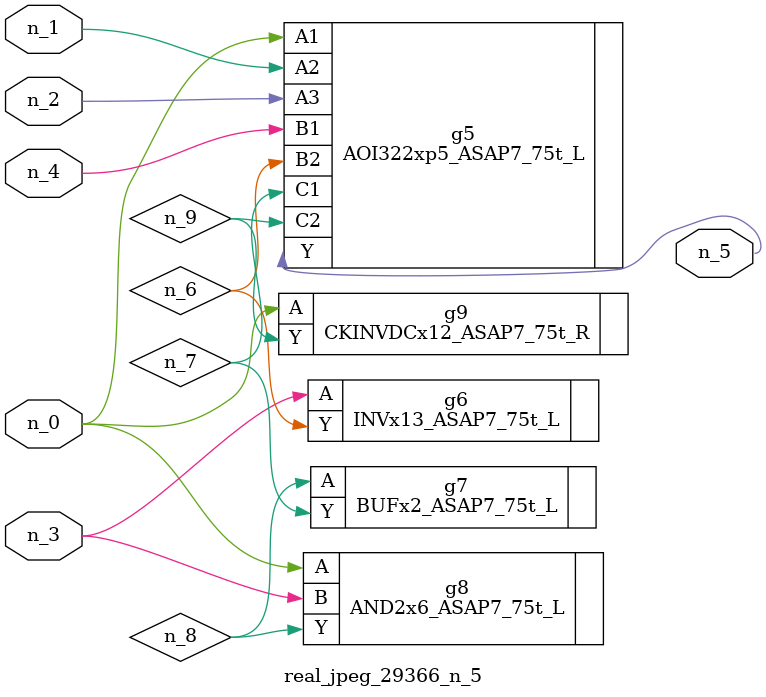
<source format=v>
module real_jpeg_29366_n_5 (n_4, n_0, n_1, n_2, n_3, n_5);

input n_4;
input n_0;
input n_1;
input n_2;
input n_3;

output n_5;

wire n_8;
wire n_6;
wire n_7;
wire n_9;

AOI322xp5_ASAP7_75t_L g5 ( 
.A1(n_0),
.A2(n_1),
.A3(n_2),
.B1(n_4),
.B2(n_6),
.C1(n_7),
.C2(n_9),
.Y(n_5)
);

AND2x6_ASAP7_75t_L g8 ( 
.A(n_0),
.B(n_3),
.Y(n_8)
);

CKINVDCx12_ASAP7_75t_R g9 ( 
.A(n_0),
.Y(n_9)
);

INVx13_ASAP7_75t_L g6 ( 
.A(n_3),
.Y(n_6)
);

BUFx2_ASAP7_75t_L g7 ( 
.A(n_8),
.Y(n_7)
);


endmodule
</source>
